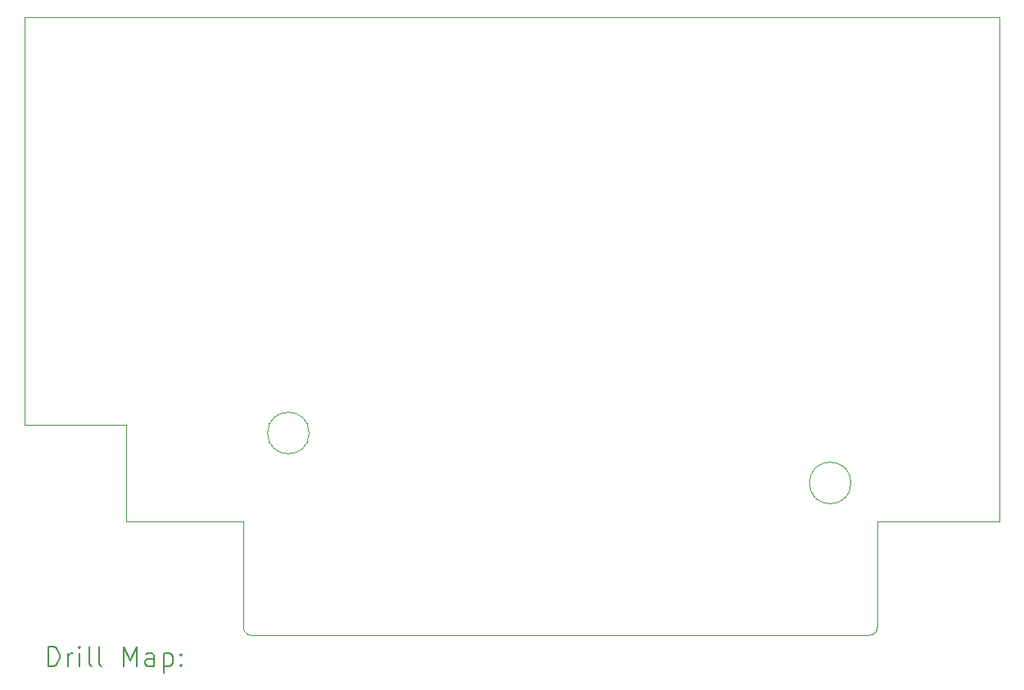
<source format=gbr>
%TF.GenerationSoftware,KiCad,Pcbnew,7.0.1*%
%TF.CreationDate,2023-06-02T18:33:03+09:00*%
%TF.ProjectId,project2_2,70726f6a-6563-4743-925f-322e6b696361,rev?*%
%TF.SameCoordinates,Original*%
%TF.FileFunction,Drillmap*%
%TF.FilePolarity,Positive*%
%FSLAX45Y45*%
G04 Gerber Fmt 4.5, Leading zero omitted, Abs format (unit mm)*
G04 Created by KiCad (PCBNEW 7.0.1) date 2023-06-02 18:33:03*
%MOMM*%
%LPD*%
G01*
G04 APERTURE LIST*
%ADD10C,0.100000*%
%ADD11C,0.200000*%
G04 APERTURE END LIST*
D10*
X10720252Y-8818009D02*
X20790263Y-8820767D01*
X20790263Y-8820767D02*
X20790889Y-14036807D01*
X19531029Y-15131051D02*
X19531021Y-14036512D01*
X19531021Y-14036512D02*
X20790889Y-14036807D01*
X10720771Y-13039679D02*
X10720252Y-8818009D01*
X11768958Y-14034963D02*
X11769067Y-13040169D01*
X12979911Y-15132594D02*
G75*
G03*
X13063780Y-15216249I83869J214D01*
G01*
X13063780Y-15216249D02*
X19449818Y-15213464D01*
X11769067Y-13040169D02*
X10720771Y-13039679D01*
X19258457Y-13638748D02*
G75*
G03*
X19258457Y-13638748I-214989J0D01*
G01*
X13658335Y-13121930D02*
G75*
G03*
X13658335Y-13121930I-214872J0D01*
G01*
X19449818Y-15213460D02*
G75*
G03*
X19531029Y-15131051I-1208J82411D01*
G01*
X11768958Y-14034963D02*
X12978982Y-14035406D01*
X12978982Y-14035406D02*
X12979908Y-15132594D01*
D11*
X10962871Y-15533773D02*
X10962871Y-15333773D01*
X10962871Y-15333773D02*
X11010490Y-15333773D01*
X11010490Y-15333773D02*
X11039061Y-15343297D01*
X11039061Y-15343297D02*
X11058109Y-15362344D01*
X11058109Y-15362344D02*
X11067632Y-15381392D01*
X11067632Y-15381392D02*
X11077156Y-15419487D01*
X11077156Y-15419487D02*
X11077156Y-15448058D01*
X11077156Y-15448058D02*
X11067632Y-15486154D01*
X11067632Y-15486154D02*
X11058109Y-15505201D01*
X11058109Y-15505201D02*
X11039061Y-15524249D01*
X11039061Y-15524249D02*
X11010490Y-15533773D01*
X11010490Y-15533773D02*
X10962871Y-15533773D01*
X11162871Y-15533773D02*
X11162871Y-15400439D01*
X11162871Y-15438535D02*
X11172394Y-15419487D01*
X11172394Y-15419487D02*
X11181918Y-15409963D01*
X11181918Y-15409963D02*
X11200966Y-15400439D01*
X11200966Y-15400439D02*
X11220013Y-15400439D01*
X11286680Y-15533773D02*
X11286680Y-15400439D01*
X11286680Y-15333773D02*
X11277156Y-15343297D01*
X11277156Y-15343297D02*
X11286680Y-15352820D01*
X11286680Y-15352820D02*
X11296204Y-15343297D01*
X11296204Y-15343297D02*
X11286680Y-15333773D01*
X11286680Y-15333773D02*
X11286680Y-15352820D01*
X11410489Y-15533773D02*
X11391442Y-15524249D01*
X11391442Y-15524249D02*
X11381918Y-15505201D01*
X11381918Y-15505201D02*
X11381918Y-15333773D01*
X11515251Y-15533773D02*
X11496204Y-15524249D01*
X11496204Y-15524249D02*
X11486680Y-15505201D01*
X11486680Y-15505201D02*
X11486680Y-15333773D01*
X11743823Y-15533773D02*
X11743823Y-15333773D01*
X11743823Y-15333773D02*
X11810490Y-15476630D01*
X11810490Y-15476630D02*
X11877156Y-15333773D01*
X11877156Y-15333773D02*
X11877156Y-15533773D01*
X12058109Y-15533773D02*
X12058109Y-15429011D01*
X12058109Y-15429011D02*
X12048585Y-15409963D01*
X12048585Y-15409963D02*
X12029537Y-15400439D01*
X12029537Y-15400439D02*
X11991442Y-15400439D01*
X11991442Y-15400439D02*
X11972394Y-15409963D01*
X12058109Y-15524249D02*
X12039061Y-15533773D01*
X12039061Y-15533773D02*
X11991442Y-15533773D01*
X11991442Y-15533773D02*
X11972394Y-15524249D01*
X11972394Y-15524249D02*
X11962870Y-15505201D01*
X11962870Y-15505201D02*
X11962870Y-15486154D01*
X11962870Y-15486154D02*
X11972394Y-15467106D01*
X11972394Y-15467106D02*
X11991442Y-15457582D01*
X11991442Y-15457582D02*
X12039061Y-15457582D01*
X12039061Y-15457582D02*
X12058109Y-15448058D01*
X12153347Y-15400439D02*
X12153347Y-15600439D01*
X12153347Y-15409963D02*
X12172394Y-15400439D01*
X12172394Y-15400439D02*
X12210490Y-15400439D01*
X12210490Y-15400439D02*
X12229537Y-15409963D01*
X12229537Y-15409963D02*
X12239061Y-15419487D01*
X12239061Y-15419487D02*
X12248585Y-15438535D01*
X12248585Y-15438535D02*
X12248585Y-15495677D01*
X12248585Y-15495677D02*
X12239061Y-15514725D01*
X12239061Y-15514725D02*
X12229537Y-15524249D01*
X12229537Y-15524249D02*
X12210490Y-15533773D01*
X12210490Y-15533773D02*
X12172394Y-15533773D01*
X12172394Y-15533773D02*
X12153347Y-15524249D01*
X12334299Y-15514725D02*
X12343823Y-15524249D01*
X12343823Y-15524249D02*
X12334299Y-15533773D01*
X12334299Y-15533773D02*
X12324775Y-15524249D01*
X12324775Y-15524249D02*
X12334299Y-15514725D01*
X12334299Y-15514725D02*
X12334299Y-15533773D01*
X12334299Y-15409963D02*
X12343823Y-15419487D01*
X12343823Y-15419487D02*
X12334299Y-15429011D01*
X12334299Y-15429011D02*
X12324775Y-15419487D01*
X12324775Y-15419487D02*
X12334299Y-15409963D01*
X12334299Y-15409963D02*
X12334299Y-15429011D01*
M02*

</source>
